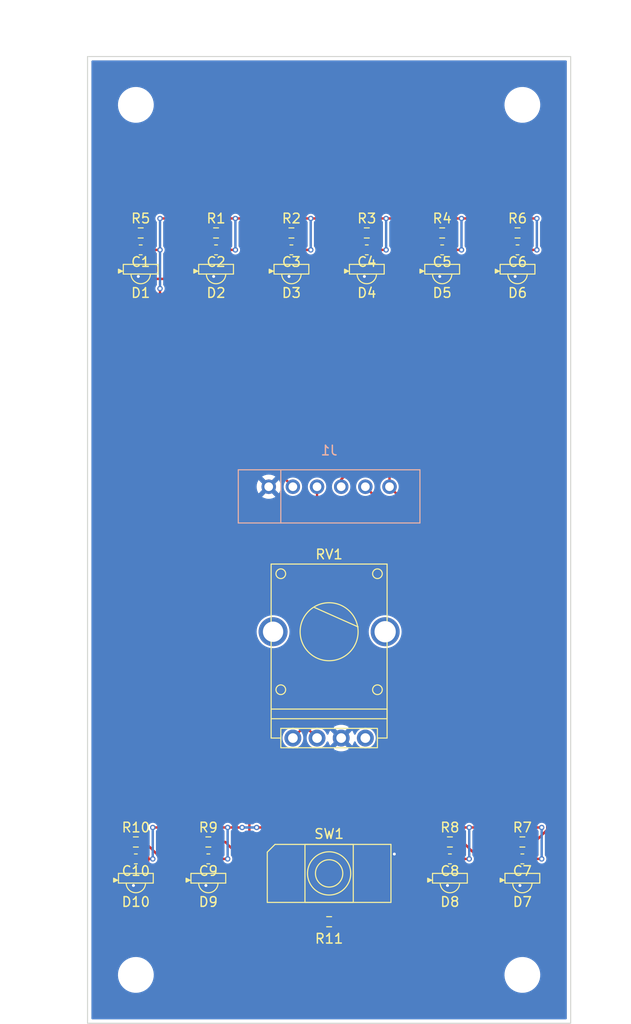
<source format=kicad_pcb>
(kicad_pcb (version 20221018) (generator pcbnew)
  (layers (0 "F.Cu" signal) (31 "B.Cu" signal) (34 "B.Paste" user) (35 "F.Paste" user) (36 "B.SilkS" user "B.Silkscreen") (37 "F.SilkS" user "F.Silkscreen") (38 "B.Mask" user) (39 "F.Mask" user) (44 "Edge.Cuts" user))
  (net 0 "")
  (net 1 "Net-(D1-DIn)")
  (net 2 "Net-(D1-DOut)")
  (net 3 "Net-(D2-DIn)")
  (net 4 "Net-(D2-DOut)")
  (net 5 "Net-(D3-DIn)")
  (net 6 "Net-(D3-DOut)")
  (net 7 "Net-(D4-DIn)")
  (net 8 "Net-(D4-DOut)")
  (net 9 "Net-(D5-DIn)")
  (net 10 "Net-(D5-DOut)")
  (net 11 "Net-(D6-DIn)")
  (net 12 "Net-(D6-DOut)")
  (net 13 "Net-(D7-DIn)")
  (net 14 "Net-(D7-DOut)")
  (net 15 "Net-(D8-DIn)")
  (net 16 "Net-(D8-DOut)")
  (net 17 "Net-(D9-DIn)")
  (net 18 "Net-(D9-DOut)")
  (net 19 "Net-(D10-DIn)")
  (net 21 "Net-(J1-Pad2)")
  (net 22 "Net-(J1-Pad3)")
  (net 23 "Net-(J1-Pad4)")
  (net 24 "Net-(J1-Pad5)")
  (net 25 "+5V")
  (net 26 "GND")
  (footprint "silver-box-feetprints:12-23C-RSGHBHW-5V01-2C" (layer "F.Cu") (at 128 72.5)
    (fp_text reference "D1" (at 0 2.45 unlocked) (layer "F.SilkS"))
    (fp_text value "12-23C/RSGHBHW-5V01/2C")
    (pad "1" smd roundrect (at -1.425 0) (size 0.55 0.78) (layers "F.Cu" "F.Paste" "F.Mask") (net 1 "Net-(D1-DIn)"))
    (pad "2" smd roundrect (at -0.425 0.22) (size 0.55 0.34) (layers "F.Cu" "F.Paste" "F.Mask") (net 26 "GND"))
    (pad "3" smd roundrect (at 0.425 0.22) (size 0.55 0.34) (layers "F.Cu" "F.Paste" "F.Mask") (net 2 "Net-(D1-DOut)"))
    (pad "4" smd roundrect (at 1.425 0) (size 0.55 0.78) (layers "F.Cu" "F.Paste" "F.Mask") (net 25 "+5V"))
  )
  (footprint "Capacitor_SMD:C_0603_1608Metric_Pad1.08x0.95mm_HandSolder" (layer "F.Cu") (at 135 133.5 180)
    (fp_text reference "C9" (at 0 -1.25) (layer "F.SilkS"))
    (fp_text value "0.1u")
    (pad "1" smd roundrect (at -0.8625 0 180) (size 1.075 0.95) (layers "F.Cu" "F.Paste" "F.Mask") (net 25 "+5V"))
    (pad "2" smd roundrect (at 0.8625 0 180) (size 1.075 0.95) (layers "F.Cu" "F.Paste" "F.Mask") (net 26 "GND"))
  )
  (footprint "MountingHole:MountingHole_3.2mm_M3" (layer "F.Cu") (at 127.5 55.5)
    (fp_text reference "REF**" hide)
    (fp_text value "MountingHole_3.2mm_M3")
    (pad "" np_thru_hole circle (at 0 0) (size 3.2 3.2) (drill 3.2) (layers "*.Cu" "*.Mask"))
  )
  (footprint "silver-box-feetprints:12-23C-RSGHBHW-5V01-2C" (layer "F.Cu") (at 135 135.5)
    (fp_text reference "D9" (at 0 2.45 unlocked) (layer "F.SilkS"))
    (fp_text value "12-23C/RSGHBHW-5V01/2C")
    (pad "1" smd roundrect (at -1.425 0) (size 0.55 0.78) (layers "F.Cu" "F.Paste" "F.Mask") (net 17 "Net-(D9-DIn)"))
    (pad "2" smd roundrect (at -0.425 0.22) (size 0.55 0.34) (layers "F.Cu" "F.Paste" "F.Mask") (net 26 "GND"))
    (pad "3" smd roundrect (at 0.425 0.22) (size 0.55 0.34) (layers "F.Cu" "F.Paste" "F.Mask") (net 18 "Net-(D9-DOut)"))
    (pad "4" smd roundrect (at 1.425 0) (size 0.55 0.78) (layers "F.Cu" "F.Paste" "F.Mask") (net 25 "+5V"))
  )
  (footprint "Capacitor_SMD:C_0603_1608Metric_Pad1.08x0.95mm_HandSolder" (layer "F.Cu") (at 159.2 70.5 180)
    (fp_text reference "C5" (at 0 -1.25) (layer "F.SilkS"))
    (fp_text value "0.1u")
    (pad "1" smd roundrect (at -0.8625 0 180) (size 1.075 0.95) (layers "F.Cu" "F.Paste" "F.Mask") (net 25 "+5V"))
    (pad "2" smd roundrect (at 0.8625 0 180) (size 1.075 0.95) (layers "F.Cu" "F.Paste" "F.Mask") (net 26 "GND"))
  )
  (footprint "silver-box-feetprints:12-23C-RSGHBHW-5V01-2C" (layer "F.Cu") (at 159.2 72.5)
    (fp_text reference "D5" (at 0 2.45 unlocked) (layer "F.SilkS"))
    (fp_text value "12-23C/RSGHBHW-5V01/2C")
    (pad "1" smd roundrect (at -1.425 0) (size 0.55 0.78) (layers "F.Cu" "F.Paste" "F.Mask") (net 9 "Net-(D5-DIn)"))
    (pad "2" smd roundrect (at -0.425 0.22) (size 0.55 0.34) (layers "F.Cu" "F.Paste" "F.Mask") (net 26 "GND"))
    (pad "3" smd roundrect (at 0.425 0.22) (size 0.55 0.34) (layers "F.Cu" "F.Paste" "F.Mask") (net 10 "Net-(D5-DOut)"))
    (pad "4" smd roundrect (at 1.425 0) (size 0.55 0.78) (layers "F.Cu" "F.Paste" "F.Mask") (net 25 "+5V"))
  )
  (footprint "MountingHole:MountingHole_3.2mm_M3" (layer "F.Cu") (at 167.5 55.5)
    (fp_text reference "REF**1" hide)
    (fp_text value "MountingHole_3.2mm_M3")
    (pad "" np_thru_hole circle (at 0 0) (size 3.2 3.2) (drill 3.2) (layers "*.Cu" "*.Mask"))
  )
  (footprint "Capacitor_SMD:C_0603_1608Metric_Pad1.08x0.95mm_HandSolder" (layer "F.Cu") (at 135.8 70.5 180)
    (fp_text reference "C2" (at 0 -1.25) (layer "F.SilkS"))
    (fp_text value "0.1u")
    (pad "1" smd roundrect (at -0.8625 0 180) (size 1.075 0.95) (layers "F.Cu" "F.Paste" "F.Mask") (net 25 "+5V"))
    (pad "2" smd roundrect (at 0.8625 0 180) (size 1.075 0.95) (layers "F.Cu" "F.Paste" "F.Mask") (net 26 "GND"))
  )
  (footprint "silver-box-feetprints:12-23C-RSGHBHW-5V01-2C" (layer "F.Cu") (at 167.5 135.5)
    (fp_text reference "D7" (at 0 2.45 unlocked) (layer "F.SilkS"))
    (fp_text value "12-23C/RSGHBHW-5V01/2C")
    (pad "1" smd roundrect (at -1.425 0) (size 0.55 0.78) (layers "F.Cu" "F.Paste" "F.Mask") (net 13 "Net-(D7-DIn)"))
    (pad "2" smd roundrect (at -0.425 0.22) (size 0.55 0.34) (layers "F.Cu" "F.Paste" "F.Mask") (net 26 "GND"))
    (pad "3" smd roundrect (at 0.425 0.22) (size 0.55 0.34) (layers "F.Cu" "F.Paste" "F.Mask") (net 14 "Net-(D7-DOut)"))
    (pad "4" smd roundrect (at 1.425 0) (size 0.55 0.78) (layers "F.Cu" "F.Paste" "F.Mask") (net 25 "+5V"))
  )
  (footprint "Resistor_SMD:R_0603_1608Metric_Pad0.98x0.95mm_HandSolder" (layer "F.Cu") (at 127.5 131.75)
    (fp_text reference "R10" (at 0 -1.5) (layer "F.SilkS"))
    (fp_text value "33")
    (pad "1" smd roundrect (at -0.9125 0) (size 0.975 0.95) (layers "F.Cu" "F.Paste" "F.Mask") (net 19 "Net-(D10-DIn)"))
    (pad "2" smd roundrect (at 0.9125 0) (size 0.975 0.95) (layers "F.Cu" "F.Paste" "F.Mask") (net 18 "Net-(D9-DOut)"))
  )
  (footprint "silver-box-feetprints:12-23C-RSGHBHW-5V01-2C" (layer "F.Cu") (at 160 135.5)
    (fp_text reference "D8" (at 0 2.45 unlocked) (layer "F.SilkS"))
    (fp_text value "12-23C/RSGHBHW-5V01/2C")
    (pad "1" smd roundrect (at -1.425 0) (size 0.55 0.78) (layers "F.Cu" "F.Paste" "F.Mask") (net 15 "Net-(D8-DIn)"))
    (pad "2" smd roundrect (at -0.425 0.22) (size 0.55 0.34) (layers "F.Cu" "F.Paste" "F.Mask") (net 26 "GND"))
    (pad "3" smd roundrect (at 0.425 0.22) (size 0.55 0.34) (layers "F.Cu" "F.Paste" "F.Mask") (net 16 "Net-(D8-DOut)"))
    (pad "4" smd roundrect (at 1.425 0) (size 0.55 0.78) (layers "F.Cu" "F.Paste" "F.Mask") (net 25 "+5V"))
  )
  (footprint "Resistor_SMD:R_0603_1608Metric_Pad0.98x0.95mm_HandSolder" (layer "F.Cu") (at 167 68.75)
    (fp_text reference "R6" (at 0 -1.5) (layer "F.SilkS"))
    (fp_text value "33")
    (pad "1" smd roundrect (at -0.9125 0) (size 0.975 0.95) (layers "F.Cu" "F.Paste" "F.Mask") (net 11 "Net-(D6-DIn)"))
    (pad "2" smd roundrect (at 0.9125 0) (size 0.975 0.95) (layers "F.Cu" "F.Paste" "F.Mask") (net 10 "Net-(D5-DOut)"))
  )
  (footprint "Resistor_SMD:R_0603_1608Metric_Pad0.98x0.95mm_HandSolder" (layer "F.Cu") (at 135.8 68.75)
    (fp_text reference "R1" (at 0 -1.5) (layer "F.SilkS"))
    (fp_text value "33")
    (pad "1" smd roundrect (at -0.9125 0) (size 0.975 0.95) (layers "F.Cu" "F.Paste" "F.Mask") (net 3 "Net-(D2-DIn)"))
    (pad "2" smd roundrect (at 0.9125 0) (size 0.975 0.95) (layers "F.Cu" "F.Paste" "F.Mask") (net 2 "Net-(D1-DOut)"))
  )
  (footprint "Resistor_SMD:R_0603_1608Metric_Pad0.98x0.95mm_HandSolder" (layer "F.Cu") (at 147.5 140)
    (fp_text reference "R11" (at 0 1.75) (layer "F.SilkS"))
    (fp_text value "10k")
    (pad "1" smd roundrect (at -0.9125 0) (size 0.975 0.95) (layers "F.Cu" "F.Paste" "F.Mask") (net 22 "Net-(J1-Pad3)"))
    (pad "2" smd roundrect (at 0.9125 0) (size 0.975 0.95) (layers "F.Cu" "F.Paste" "F.Mask") (net 25 "+5V"))
  )
  (footprint "Resistor_SMD:R_0603_1608Metric_Pad0.98x0.95mm_HandSolder" (layer "F.Cu") (at 159.2 68.75)
    (fp_text reference "R4" (at 0 -1.5) (layer "F.SilkS"))
    (fp_text value "33")
    (pad "1" smd roundrect (at -0.9125 0) (size 0.975 0.95) (layers "F.Cu" "F.Paste" "F.Mask") (net 9 "Net-(D5-DIn)"))
    (pad "2" smd roundrect (at 0.9125 0) (size 0.975 0.95) (layers "F.Cu" "F.Paste" "F.Mask") (net 8 "Net-(D4-DOut)"))
  )
  (footprint "Capacitor_SMD:C_0603_1608Metric_Pad1.08x0.95mm_HandSolder" (layer "F.Cu") (at 143.6 70.5 180)
    (fp_text reference "C3" (at 0 -1.25) (layer "F.SilkS"))
    (fp_text value "0.1u")
    (pad "1" smd roundrect (at -0.8625 0 180) (size 1.075 0.95) (layers "F.Cu" "F.Paste" "F.Mask") (net 25 "+5V"))
    (pad "2" smd roundrect (at 0.8625 0 180) (size 1.075 0.95) (layers "F.Cu" "F.Paste" "F.Mask") (net 26 "GND"))
  )
  (footprint "silver-box-feetprints:12-23C-RSGHBHW-5V01-2C" (layer "F.Cu") (at 127.5 135.5)
    (fp_text reference "D10" (at 0 2.45 unlocked) (layer "F.SilkS"))
    (fp_text value "12-23C/RSGHBHW-5V01/2C")
    (pad "1" smd roundrect (at -1.425 0) (size 0.55 0.78) (layers "F.Cu" "F.Paste" "F.Mask") (net 19 "Net-(D10-DIn)"))
    (pad "2" smd roundrect (at -0.425 0.22) (size 0.55 0.34) (layers "F.Cu" "F.Paste" "F.Mask") (net 26 "GND"))
    (pad "3" smd roundrect (at 0.425 0.22) (size 0.55 0.34) (layers "F.Cu" "F.Paste" "F.Mask"))
    (pad "4" smd roundrect (at 1.425 0) (size 0.55 0.78) (layers "F.Cu" "F.Paste" "F.Mask") (net 25 "+5V"))
  )
  (footprint "Capacitor_SMD:C_0603_1608Metric_Pad1.08x0.95mm_HandSolder" (layer "F.Cu") (at 167.5 133.5 180)
    (fp_text reference "C7" (at 0 -1.25) (layer "F.SilkS"))
    (fp_text value "0.1u")
    (pad "1" smd roundrect (at -0.8625 0 180) (size 1.075 0.95) (layers "F.Cu" "F.Paste" "F.Mask") (net 25 "+5V"))
    (pad "2" smd roundrect (at 0.8625 0 180) (size 1.075 0.95) (layers "F.Cu" "F.Paste" "F.Mask") (net 26 "GND"))
  )
  (footprint "Capacitor_SMD:C_0603_1608Metric_Pad1.08x0.95mm_HandSolder" (layer "F.Cu") (at 160 133.5 180)
    (fp_text reference "C8" (at 0 -1.25) (layer "F.SilkS"))
    (fp_text value "0.1u")
    (pad "1" smd roundrect (at -0.8625 0 180) (size 1.075 0.95) (layers "F.Cu" "F.Paste" "F.Mask") (net 25 "+5V"))
    (pad "2" smd roundrect (at 0.8625 0 180) (size 1.075 0.95) (layers "F.Cu" "F.Paste" "F.Mask") (net 26 "GND"))
  )
  (footprint "Capacitor_SMD:C_0603_1608Metric_Pad1.08x0.95mm_HandSolder" (layer "F.Cu") (at 128 70.5 180)
    (fp_text reference "C1" (at 0 -1.25) (layer "F.SilkS"))
    (fp_text value "0.1u")
    (pad "1" smd roundrect (at -0.8625 0 180) (size 1.075 0.95) (layers "F.Cu" "F.Paste" "F.Mask") (net 25 "+5V"))
    (pad "2" smd roundrect (at 0.8625 0 180) (size 1.075 0.95) (layers "F.Cu" "F.Paste" "F.Mask") (net 26 "GND"))
  )
  (footprint "silver-box-feetprints:12-23C-RSGHBHW-5V01-2C" (layer "F.Cu") (at 151.4 72.5)
    (fp_text reference "D4" (at 0 2.45 unlocked) (layer "F.SilkS"))
    (fp_text value "12-23C/RSGHBHW-5V01/2C")
    (pad "1" smd roundrect (at -1.425 0) (size 0.55 0.78) (layers "F.Cu" "F.Paste" "F.Mask") (net 7 "Net-(D4-DIn)"))
    (pad "2" smd roundrect (at -0.425 0.22) (size 0.55 0.34) (layers "F.Cu" "F.Paste" "F.Mask") (net 26 "GND"))
    (pad "3" smd roundrect (at 0.425 0.22) (size 0.55 0.34) (layers "F.Cu" "F.Paste" "F.Mask") (net 8 "Net-(D4-DOut)"))
    (pad "4" smd roundrect (at 1.425 0) (size 0.55 0.78) (layers "F.Cu" "F.Paste" "F.Mask") (net 25 "+5V"))
  )
  (footprint "MountingHole:MountingHole_3.2mm_M3" (layer "F.Cu") (at 167.5 145.5)
    (fp_text reference "REF**3" hide)
    (fp_text value "MountingHole_3.2mm_M3")
    (pad "" np_thru_hole circle (at 0 0) (size 3.2 3.2) (drill 3.2) (layers "*.Cu" "*.Mask"))
  )
  (footprint "silver-box-feetprints:12-23C-RSGHBHW-5V01-2C" (layer "F.Cu") (at 143.6 72.5)
    (fp_text reference "D3" (at 0 2.45 unlocked) (layer "F.SilkS"))
    (fp_text value "12-23C/RSGHBHW-5V01/2C")
    (pad "1" smd roundrect (at -1.425 0) (size 0.55 0.78) (layers "F.Cu" "F.Paste" "F.Mask") (net 5 "Net-(D3-DIn)"))
    (pad "2" smd roundrect (at -0.425 0.22) (size 0.55 0.34) (layers "F.Cu" "F.Paste" "F.Mask") (net 26 "GND"))
    (pad "3" smd roundrect (at 0.425 0.22) (size 0.55 0.34) (layers "F.Cu" "F.Paste" "F.Mask") (net 6 "Net-(D3-DOut)"))
    (pad "4" smd roundrect (at 1.425 0) (size 0.55 0.78) (layers "F.Cu" "F.Paste" "F.Mask") (net 25 "+5V"))
  )
  (footprint "Resistor_SMD:R_0603_1608Metric_Pad0.98x0.95mm_HandSolder" (layer "F.Cu") (at 151.4 68.75)
    (fp_text reference "R3" (at 0 -1.5) (layer "F.SilkS"))
    (fp_text value "33")
    (pad "1" smd roundrect (at -0.9125 0) (size 0.975 0.95) (layers "F.Cu" "F.Paste" "F.Mask") (net 7 "Net-(D4-DIn)"))
    (pad "2" smd roundrect (at 0.9125 0) (size 0.975 0.95) (layers "F.Cu" "F.Paste" "F.Mask") (net 6 "Net-(D3-DOut)"))
  )
  (footprint "Capacitor_SMD:C_0603_1608Metric_Pad1.08x0.95mm_HandSolder" (layer "F.Cu") (at 127.5 133.5 180)
    (fp_text reference "C10" (at 0 -1.25) (layer "F.SilkS"))
    (fp_text value "0.1u")
    (pad "1" smd roundrect (at -0.8625 0 180) (size 1.075 0.95) (layers "F.Cu" "F.Paste" "F.Mask") (net 25 "+5V"))
    (pad "2" smd roundrect (at 0.8625 0 180) (size 1.075 0.95) (layers "F.Cu" "F.Paste" "F.Mask") (net 26 "GND"))
  )
  (footprint "Resistor_SMD:R_0603_1608Metric_Pad0.98x0.95mm_HandSolder" (layer "F.Cu") (at 128 68.75)
    (fp_text reference "R5" (at 0 -1.5) (layer "F.SilkS"))
    (fp_text value "33")
    (pad "1" smd roundrect (at -0.9125 0) (size 0.975 0.95) (layers "F.Cu" "F.Paste" "F.Mask") (net 1 "Net-(D1-DIn)"))
    (pad "2" smd roundrect (at 0.9125 0) (size 0.975 0.95) (layers "F.Cu" "F.Paste" "F.Mask") (net 21 "Net-(J1-Pad2)"))
  )
  (footprint "silver-box-feetprints:KSC SLT 241G LFS" (layer "F.Cu") (at 147.5 135)
    (fp_text reference "SW1" (at 0 -4.085787) (layer "F.SilkS"))
    (fp_text value "KSC_SLT_241G_LFS")
    (pad "1" smd rect (at -4.4 2 270) (size 1 3) (layers "F.Cu" "F.Paste" "F.Mask") (net 22 "Net-(J1-Pad3)"))
    (pad "2" smd rect (at 4.4 2 270) (size 1 3) (layers "F.Cu" "F.Paste" "F.Mask") (net 22 "Net-(J1-Pad3)"))
    (pad "3" smd rect (at 4.4 -2 270) (size 1 3) (layers "F.Cu" "F.Paste" "F.Mask") (net 26 "GND"))
    (pad "4" smd rect (at -4.4 -2 270) (size 1 3) (layers "F.Cu" "F.Paste" "F.Mask") (net 26 "GND"))
  )
  (footprint "Resistor_SMD:R_0603_1608Metric_Pad0.98x0.95mm_HandSolder" (layer "F.Cu") (at 135 131.75)
    (fp_text reference "R9" (at 0 -1.5) (layer "F.SilkS"))
    (fp_text value "33")
    (pad "1" smd roundrect (at -0.9125 0) (size 0.975 0.95) (layers "F.Cu" "F.Paste" "F.Mask") (net 17 "Net-(D9-DIn)"))
    (pad "2" smd roundrect (at 0.9125 0) (size 0.975 0.95) (layers "F.Cu" "F.Paste" "F.Mask") (net 16 "Net-(D8-DOut)"))
  )
  (footprint "Resistor_SMD:R_0603_1608Metric_Pad0.98x0.95mm_HandSolder" (layer "F.Cu") (at 160 131.75)
    (fp_text reference "R8" (at 0 -1.5) (layer "F.SilkS"))
    (fp_text value "33")
    (pad "1" smd roundrect (at -0.9125 0) (size 0.975 0.95) (layers "F.Cu" "F.Paste" "F.Mask") (net 15 "Net-(D8-DIn)"))
    (pad "2" smd roundrect (at 0.9125 0) (size 0.975 0.95) (layers "F.Cu" "F.Paste" "F.Mask") (net 14 "Net-(D7-DOut)"))
  )
  (footprint "MountingHole:MountingHole_3.2mm_M3" (layer "F.Cu") (at 127.5 145.5)
    (fp_text reference "REF**2" hide)
    (fp_text value "MountingHole_3.2mm_M3")
    (pad "" np_thru_hole circle (at 0 0) (size 3.2 3.2) (drill 3.2) (layers "*.Cu" "*.Mask"))
  )
  (footprint "Capacitor_SMD:C_0603_1608Metric_Pad1.08x0.95mm_HandSolder" (layer "F.Cu") (at 167 70.5 180)
    (fp_text reference "C6" (at 0 -1.25) (layer "F.SilkS"))
    (fp_text value "0.1u")
    (pad "1" smd roundrect (at -0.8625 0 180) (size 1.075 0.95) (layers "F.Cu" "F.Paste" "F.Mask") (net 25 "+5V"))
    (pad "2" smd roundrect (at 0.8625 0 180) (size 1.075 0.95) (layers "F.Cu" "F.Paste" "F.Mask") (net 26 "GND"))
  )
  (footprint "PCM_kikit:Board" (layer "F.Cu") (at 135 50.5)
    (fp_text reference "control_plate")
    (fp_text value "Board")
  )
  (footprint "silver-box-feetprints:12-23C-RSGHBHW-5V01-2C" (layer "F.Cu") (at 167 72.5)
    (fp_text reference "D6" (at 0 2.45 unlocked) (layer "F.SilkS"))
    (fp_text value "12-23C/RSGHBHW-5V01/2C")
    (pad "1" smd roundrect (at -1.425 0) (size 0.55 0.78) (layers "F.Cu" "F.Paste" "F.Mask") (net 11 "Net-(D6-DIn)"))
    (pad "2" smd roundrect (at -0.425 0.22) (size 0.55 0.34) (layers "F.Cu" "F.Paste" "F.Mask") (net 26 "GND"))
    (pad "3" smd roundrect (at 0.425 0.22) (size 0.55 0.34) (layers "F.Cu" "F.Paste" "F.Mask") (net 12 "Net-(D6-DOut)"))
    (pad "4" smd roundrect (at 1.425 0) (size 0.55 0.78) (layers "F.Cu" "F.Paste" "F.Mask") (net 25 "+5V"))
  )
  (footprint "Resistor_SMD:R_0603_1608Metric_Pad0.98x0.95mm_HandSolder" (layer "F.Cu") (at 167.5 131.75)
    (fp_text reference "R7" (at 0 -1.5) (layer "F.SilkS"))
    (fp_text value "33")
    (pad "1" smd roundrect (at -0.9125 0) (size 0.975 0.95) (layers "F.Cu" "F.Paste" "F.Mask") (net 13 "Net-(D7-DIn)"))
    (pad "2" smd roundrect (at 0.9125 0) (size 0.975 0.95) (layers "F.Cu" "F.Paste" "F.Mask") (net 12 "Net-(D6-DOut)"))
  )
  (footprint "silver-box-feetprints:Bourns PTV11-4425A" (layer "F.Cu") (at 147.5 110)
    (fp_text reference "RV1" (at 0 -8 unlocked) (layer "F.SilkS"))
    (fp_text value "10k")
    (pad "" np_thru_hole circle (at -5.8 0) (size 3 3) (drill 2.1) (layers "*.Cu" "*.Mask"))
    (pad "" np_thru_hole circle (at 3.75 11) (size 1.75 1.75) (drill 1) (layers "*.Cu" "*.Mask"))
    (pad "" np_thru_hole circle (at 5.8 0) (size 3 3) (drill 2.2) (layers "*.Cu" "*.Mask"))
    (pad "1" thru_hole circle (at -3.75 11) (size 1.75 1.75) (drill 1) (layers "*.Cu" "*.Mask") (net 24 "Net-(J1-Pad5)"))
    (pad "2" thru_hole circle (at -1.25 11) (size 1.75 1.75) (drill 1) (layers "*.Cu" "*.Mask") (net 23 "Net-(J1-Pad4)"))
    (pad "3" thru_hole circle (at 1.25 11) (size 1.75 1.75) (drill 1) (layers "*.Cu" "*.Mask") (net 26 "GND"))
  )
  (footprint "silver-box-feetprints:12-23C-RSGHBHW-5V01-2C" (layer "F.Cu") (at 135.8 72.5)
    (fp_text reference "D2" (at 0 2.45 unlocked) (layer "F.SilkS"))
    (fp_text value "12-23C/RSGHBHW-5V01/2C")
    (pad "1" smd roundrect (at -1.425 0) (size 0.55 0.78) (layers "F.Cu" "F.Paste" "F.Mask") (net 3 "Net-(D2-DIn)"))
    (pad "2" smd roundrect (at -0.425 0.22) (size 0.55 0.34) (layers "F.Cu" "F.Paste" "F.Mask") (net 26 "GND"))
    (pad "3" smd roundrect (at 0.425 0.22) (size 0.55 0.34) (layers "F.Cu" "F.Paste" "F.Mask") (net 4 "Net-(D2-DOut)"))
    (pad "4" smd roundrect (at 1.425 0) (size 0.55 0.78) (layers "F.Cu" "F.Paste" "F.Mask") (net 25 "+5V"))
  )
  (footprint "Capacitor_SMD:C_0603_1608Metric_Pad1.08x0.95mm_HandSolder" (layer "F.Cu") (at 151.4 70.5 180)
    (fp_text reference "C4" (at 0 -1.25) (layer "F.SilkS"))
    (fp_text value "0.1u")
    (pad "1" smd roundrect (at -0.8625 0 180) (size 1.075 0.95) (layers "F.Cu" "F.Paste" "F.Mask") (net 25 "+5V"))
    (pad "2" smd roundrect (at 0.8625 0 180) (size 1.075 0.95) (layers "F.Cu" "F.Paste" "F.Mask") (net 26 "GND"))
  )
  (footprint "Resistor_SMD:R_0603_1608Metric_Pad0.98x0.95mm_HandSolder" (layer "F.Cu") (at 143.6 68.75)
    (fp_text reference "R2" (at 0 -1.5) (layer "F.SilkS"))
    (fp_text value "33")
    (pad "1" smd roundrect (at -0.9125 0) (size 0.975 0.95) (layers "F.Cu" "F.Paste" "F.Mask") (net 5 "Net-(D3-DIn)"))
    (pad "2" smd roundrect (at 0.9125 0) (size 0.975 0.95) (layers "F.Cu" "F.Paste" "F.Mask") (net 4 "Net-(D2-DOut)"))
  )
  (footprint "silver-box-feetprints:B6B-XH-A(LF)(SN)" (layer "B.Cu") (at 147.5 95)
    (fp_text reference "J1" (at 0 -3.75) (layer "B.SilkS") (effects (justify mirror)))
    (fp_text value "B6B-XH-A(LF)(SN)")
    (pad "1" thru_hole circle (at -6.25 0) (size 1.5 1.5) (drill 0.9) (layers "*.Cu" "*.Mask") (net 26 "GND"))
    (pad "2" thru_hole circle (at -3.75 0) (size 1.5 1.5) (drill 0.9) (layers "*.Cu" "*.Mask") (net 21 "Net-(J1-Pad2)"))
    (pad "3" thru_hole circle (at -1.25 0) (size 1.5 1.5) (drill 0.9) (layers "*.Cu" "*.Mask") (net 22 "Net-(J1-Pad3)"))
    (pad "4" thru_hole circle (at 1.25 0) (size 1.5 1.5) (drill 0.9) (layers "*.Cu" "*.Mask") (net 23 "Net-(J1-Pad4)"))
    (pad "5" thru_hole circle (at 3.75 0) (size 1.5 1.5) (drill 0.9) (layers "*.Cu" "*.Mask") (net 24 "Net-(J1-Pad5)"))
    (pad "6" thru_hole circle (at 6.25 0) (size 1.5 1.5) (drill 0.9) (layers "*.Cu" "*.Mask") (net 25 "+5V"))
  )
  (gr_line (start 122.5 50.5) (end 122.5 150.5) (stroke (width 0.1)) (layer "Edge.Cuts"))
  (gr_line (start 122.5 50.5) (end 172.5 50.5) (stroke (width 0.1)) (layer "Edge.Cuts"))
  (gr_line (start 172.5 50.5) (end 172.5 150.5) (stroke (width 0.1)) (layer "Edge.Cuts"))
  (gr_line (start 172.5 150.5) (end 122.5 150.5) (stroke (width 0.1)) (layer "Edge.Cuts"))
  (segment (start 126.275 72.2) (end 126.275 69.5625) (width 0.25) (layer "F.Cu") (net 1))
  (segment (start 126.575 72.5) (end 126.275 72.2) (width 0.25) (layer "F.Cu") (net 1))
  (segment (start 126.275 69.5625) (end 127.0875 68.75) (width 0.25) (layer "F.Cu") (net 1))
  (segment (start 132.25 71.75) (end 132.25 69.5) (width 0.25) (layer "F.Cu") (net 2))
  (segment (start 135.7125 67.75) (end 136.7125 68.75) (width 0.25) (layer "F.Cu") (net 2))
  (segment (start 134 67.75) (end 135.7125 67.75) (width 0.25) (layer "F.Cu") (net 2))
  (segment (start 132.25 69.5) (end 134 67.75) (width 0.25) (layer "F.Cu") (net 2))
  (segment (start 130.5 73.5) (end 132.25 71.75) (width 0.25) (layer "F.Cu") (net 2))
  (segment (start 128.425 72.72) (end 129.205 73.5) (width 0.25) (layer "F.Cu") (net 2))
  (segment (start 129.205 73.5) (end 130.5 73.5) (width 0.25) (layer "F.Cu") (net 2))
  (segment (start 134.075 69.5625) (end 134.8875 68.75) (width 0.25) (layer "F.Cu") (net 3))
  (segment (start 134.375 72.5) (end 134.075 72.2) (width 0.25) (layer "F.Cu") (net 3))
  (segment (start 134.075 72.2) (end 134.075 69.5625) (width 0.25) (layer "F.Cu") (net 3))
  (segment (start 143.5125 67.75) (end 144.5125 68.75) (width 0.25) (layer "F.Cu") (net 4))
  (segment (start 140.05 71.75) (end 140.05 69.5) (width 0.25) (layer "F.Cu") (net 4))
  (segment (start 138.3 73.5) (end 140.05 71.75) (width 0.25) (layer "F.Cu") (net 4))
  (segment (start 137.005 73.5) (end 138.3 73.5) (width 0.25) (layer "F.Cu") (net 4))
  (segment (start 136.225 72.72) (end 137.005 73.5) (width 0.25) (layer "F.Cu") (net 4))
  (segment (start 141.8 67.75) (end 143.5125 67.75) (width 0.25) (layer "F.Cu") (net 4))
  (segment (start 140.05 69.5) (end 141.8 67.75) (width 0.25) (layer "F.Cu") (net 4))
  (segment (start 142.175 72.5) (end 141.875 72.2) (width 0.25) (layer "F.Cu") (net 5))
  (segment (start 141.875 72.2) (end 141.875 69.5625) (width 0.25) (layer "F.Cu") (net 5))
  (segment (start 141.875 69.5625) (end 142.6875 68.75) (width 0.25) (layer "F.Cu") (net 5))
  (segment (start 146.1 73.5) (end 147.85 71.75) (width 0.25) (layer "F.Cu") (net 6))
  (segment (start 147.85 71.75) (end 147.85 69.5) (width 0.25) (layer "F.Cu") (net 6))
  (segment (start 144.025 72.72) (end 144.805 73.5) (width 0.25) (layer "F.Cu") (net 6))
  (segment (start 147.85 69.5) (end 149.6 67.75) (width 0.25) (layer "F.Cu") (net 6))
  (segment (start 144.805 73.5) (end 146.1 73.5) (width 0.25) (layer "F.Cu") (net 6))
  (segment (start 149.6 67.75) (end 151.3125 67.75) (width 0.25) (layer "F.Cu") (net 6))
  (segment (start 151.3125 67.75) (end 152.3125 68.75) (width 0.25) (layer "F.Cu") (net 6))
  (segment (start 149.675 72.2) (end 149.675 69.5625) (width 0.25) (layer "F.Cu") (net 7))
  (segment (start 149.675 69.5625) (end 150.4875 68.75) (width 0.25) (layer "F.Cu") (net 7))
  (segment (start 149.975 72.5) (end 149.675 72.2) (width 0.25) (layer "F.Cu") (net 7))
  (segment (start 159.1125 67.75) (end 160.1125 68.75) (width 0.25) (layer "F.Cu") (net 8))
  (segment (start 157.4 67.75) (end 159.1125 67.75) (width 0.25) (layer "F.Cu") (net 8))
  (segment (start 153.9 73.5) (end 155.65 71.75) (width 0.25) (layer "F.Cu") (net 8))
  (segment (start 155.65 69.5) (end 157.4 67.75) (width 0.25) (layer "F.Cu") (net 8))
  (segment (start 155.65 71.75) (end 155.65 69.5) (width 0.25) (layer "F.Cu") (net 8))
  (segment (start 152.605 73.5) (end 153.9 73.5) (width 0.25) (layer "F.Cu") (net 8))
  (segment (start 151.825 72.72) (end 152.605 73.5) (width 0.25) (layer "F.Cu") (net 8))
  (segment (start 157.475 72.2) (end 157.475 69.5625) (width 0.25) (layer "F.Cu") (net 9))
  (segment (start 157.475 69.5625) (end 158.2875 68.75) (width 0.25) (layer "F.Cu") (net 9))
  (segment (start 157.775 72.5) (end 157.475 72.2) (width 0.25) (layer "F.Cu") (net 9))
  (segment (start 165.2 67.75) (end 166.9125 67.75) (width 0.25) (layer "F.Cu") (net 10))
  (segment (start 160.405 73.5) (end 161.7 73.5) (width 0.25) (layer "F.Cu") (net 10))
  (segment (start 163.45 69.5) (end 165.2 67.75) (width 0.25) (layer "F.Cu") (net 10))
  (segment (start 166.9125 67.75) (end 167.9125 68.75) (width 0.25) (layer "F.Cu") (net 10))
  (segment (start 163.45 71.75) (end 163.45 69.5) (width 0.25) (layer "F.Cu") (net 10))
  (segment (start 159.625 72.72) (end 160.405 73.5) (width 0.25) (layer "F.Cu") (net 10))
  (segment (start 161.7 73.5) (end 163.45 71.75) (width 0.25) (layer "F.Cu") (net 10))
  (segment (start 165.275 72.2) (end 165.275 69.5625) (width 0.25) (layer "F.Cu") (net 11))
  (segment (start 165.575 72.5) (end 165.275 72.2) (width 0.25) (layer "F.Cu") (net 11))
  (segment (start 165.275 69.5625) (end 166.0875 68.75) (width 0.25) (layer "F.Cu") (net 11))
  (segment (start 167.425 125.5) (end 167.425 72.72) (width 0.25) (layer "F.Cu") (net 12))
  (segment (start 168.4125 131.75) (end 168.799031 131.75) (width 0.25) (layer "F.Cu") (net 12))
  (segment (start 168.799031 131.75) (end 170.065 130.484031) (width 0.25) (layer "F.Cu") (net 12))
  (segment (start 170.065 130.484031) (end 170.065 128.065) (width 0.25) (layer "F.Cu") (net 12))
  (segment (start 167.5 125.5) (end 167.425 125.5) (width 0.25) (layer "F.Cu") (net 12))
  (segment (start 170.065 128.065) (end 167.5 125.5) (width 0.25) (layer "F.Cu") (net 12))
  (segment (start 166.075 135.5) (end 165.775 135.2) (width 0.25) (layer "F.Cu") (net 13))
  (segment (start 165.775 132.5625) (end 166.5875 131.75) (width 0.25) (layer "F.Cu") (net 13))
  (segment (start 165.775 135.2) (end 165.775 132.5625) (width 0.25) (layer "F.Cu") (net 13))
  (segment (start 167.484031 136.815) (end 166.402495 136.815) (width 0.25) (layer "F.Cu") (net 14))
  (segment (start 167.925 136.374031) (end 167.484031 136.815) (width 0.25) (layer "F.Cu") (net 14))
  (segment (start 166.402495 136.815) (end 161.337495 131.75) (width 0.25) (layer "F.Cu") (net 14))
  (segment (start 161.337495 131.75) (end 160.9125 131.75) (width 0.25) (layer "F.Cu") (net 14))
  (segment (start 167.925 135.72) (end 167.925 136.374031) (width 0.25) (layer "F.Cu") (net 14))
  (segment (start 158.575 135.5) (end 158.275 135.2) (width 0.25) (layer "F.Cu") (net 15))
  (segment (start 158.275 132.5625) (end 159.0875 131.75) (width 0.25) (layer "F.Cu") (net 15))
  (segment (start 158.275 135.2) (end 158.275 132.5625) (width 0.25) (layer "F.Cu") (net 15))
  (segment (start 136.75 131.75) (end 135.9125 131.75) (width 0.25) (layer "F.Cu") (net 16))
  (segment (start 143.75 141) (end 138 135.25) (width 0.25) (layer "F.Cu") (net 16))
  (segment (start 138 133) (end 136.75 131.75) (width 0.25) (layer "F.Cu") (net 16))
  (segment (start 160.425 136.374031) (end 155.799031 141) (width 0.25) (layer "F.Cu") (net 16))
  (segment (start 155.799031 141) (end 143.75 141) (width 0.25) (layer "F.Cu") (net 16))
  (segment (start 160.425 135.72) (end 160.425 136.374031) (width 0.25) (layer "F.Cu") (net 16))
  (segment (start 138 135.25) (end 138 133) (width 0.25) (layer "F.Cu") (net 16))
  (segment (start 133.275 132.5625) (end 134.0875 131.75) (width 0.25) (layer "F.Cu") (net 17))
  (segment (start 133.275 135.2) (end 133.275 132.5625) (width 0.25) (layer "F.Cu") (net 17))
  (segment (start 133.575 135.5) (end 133.275 135.2) (width 0.25) (layer "F.Cu") (net 17))
  (segment (start 135.425 136.374031) (end 134.984031 136.815) (width 0.25) (layer "F.Cu") (net 18))
  (segment (start 133.4775 136.815) (end 128.4125 131.75) (width 0.25) (layer "F.Cu") (net 18))
  (segment (start 135.425 135.72) (end 135.425 136.374031) (width 0.25) (layer "F.Cu") (net 18))
  (segment (start 134.984031 136.815) (end 133.4775 136.815) (width 0.25) (layer "F.Cu") (net 18))
  (segment (start 125.775 135.2) (end 125.775 132.5625) (width 0.25) (layer "F.Cu") (net 19))
  (segment (start 125.775 132.5625) (end 126.5875 131.75) (width 0.25) (layer "F.Cu") (net 19))
  (segment (start 126.075 135.5) (end 125.775 135.2) (width 0.25) (layer "F.Cu") (net 19))
  (segment (start 125.75 68.5) (end 126.26 67.99) (width 0.25) (layer "F.Cu") (net 21))
  (segment (start 125.75 77) (end 125.75 68.5) (width 0.25) (layer "F.Cu") (net 21))
  (segment (start 128.1525 67.99) (end 128.9125 68.75) (width 0.25) (layer "F.Cu") (net 21))
  (segment (start 143.75 95) (end 125.75 77) (width 0.25) (layer "F.Cu") (net 21))
  (segment (start 126.26 67.99) (end 128.1525 67.99) (width 0.25) (layer "F.Cu") (net 21))
  (segment (start 146.25 95) (end 146.25 110.25) (width 0.25) (layer "F.Cu") (net 22))
  (segment (start 139.25 133.235787) (end 143.1 137.085787) (width 0.25) (layer "F.Cu") (net 22))
  (segment (start 139.25 117.25) (end 139.25 133.235787) (width 0.25) (layer "F.Cu") (net 22))
  (segment (start 146.25 110.25) (end 139.25 117.25) (width 0.25) (layer "F.Cu") (net 22))
  (segment (start 146.5875 140) (end 143.673287 137.085787) (width 0.25) (layer "F.Cu") (net 22))
  (segment (start 143.1 137.085787) (end 151.9 137.085787) (width 0.25) (layer "F.Cu") (net 22))
  (segment (start 143.673287 137.085787) (end 143.1 137.085787) (width 0.25) (layer "F.Cu") (net 22))
  (segment (start 145.2 112.686396) (end 145.2 119.95) (width 0.25) (layer "F.Cu") (net 23))
  (segment (start 149.5 93.5) (end 151.75 93.5) (width 0.25) (layer "F.Cu") (net 23))
  (segment (start 145.2 119.95) (end 146.25 121) (width 0.25) (layer "F.Cu") (net 23))
  (segment (start 148.75 95) (end 148.75 94.25) (width 0.25) (layer "F.Cu") (net 23))
  (segment (start 152.5 94.25) (end 152.5 105.386396) (width 0.25) (layer "F.Cu") (net 23))
  (segment (start 152.5 105.386396) (end 145.2 112.686396) (width 0.25) (layer "F.Cu") (net 23))
  (segment (start 148.75 94.25) (end 149.5 93.5) (width 0.25) (layer "F.Cu") (net 23))
  (segment (start 151.75 93.5) (end 152.5 94.25) (width 0.25) (layer "F.Cu") (net 23))
  (segment (start 144.75 112.5) (end 144.75 120) (width 0.25) (layer "F.Cu") (net 24))
  (segment (start 151.875 95.631676) (end 152.05 95.806676) (width 0.25) (layer "F.Cu") (net 24))
  (segment (start 152.05 95.806676) (end 152.05 105.2) (width 0.25) (layer "F.Cu") (net 24))
  (segment (start 151.25 95) (end 151.875 95.625) (width 0.25) (layer "F.Cu") (net 24))
  (segment (start 152.05 105.2) (end 144.75 112.5) (width 0.25) (layer "F.Cu") (net 24))
  (segment (start 151.875 95.625) (end 151.875 95.631676) (width 0.25) (layer "F.Cu") (net 24))
  (segment (start 144.75 120) (end 143.75 121) (width 0.25) (layer "F.Cu") (net 24))
  (segment (start 152.31066 92.5) (end 141.829828 92.5) (width 0.25) (layer "F.Cu") (net 25))
  (segment (start 168.3625 133.5) (end 168.3625 134.9375) (width 0.25) (layer "F.Cu") (net 25))
  (segment (start 135.8625 134.9375) (end 136.425 135.5) (width 0.25) (layer "F.Cu") (net 25))
  (segment (start 160.0625 71.9375) (end 160.625 72.5) (width 0.25) (layer "F.Cu") (net 25))
  (segment (start 136.6625 70.5) (end 136.6625 71.9375) (width 0.25) (layer "F.Cu") (net 25))
  (segment (start 162 130.25) (end 156 130.25) (width 0.25) (layer "F.Cu") (net 25))
  (segment (start 160.8625 133.5) (end 160.8625 134.9375) (width 0.25) (layer "F.Cu") (net 25))
  (segment (start 155.75 130) (end 155.75 128) (width 0.25) (layer "F.Cu") (net 25))
  (segment (start 156 130.25) (end 155.75 130) (width 0.25) (layer "F.Cu") (net 25))
  (segment (start 128.8625 70.5) (end 130 70.5) (width 0.25) (layer "F.Cu") (net 25))
  (segment (start 155.75 97) (end 153.75 95) (width 0.25) (layer "F.Cu") (net 25))
  (segment (start 160.8625 133.5) (end 162 133.5) (width 0.25) (layer "F.Cu") (net 25))
  (segment (start 153.75 93.93934) (end 152.31066 92.5) (width 0.25) (layer "F.Cu") (net 25))
  (segment (start 155.75 128) (end 155.75 97) (width 0.25) (layer "F.Cu") (net 25))
  (segment (start 160.8625 134.9375) (end 161.425 135.5) (width 0.25) (layer "F.Cu") (net 25))
  (segment (start 156 130.25) (end 155.75 130.5) (width 0.25) (layer "F.Cu") (net 25))
  (segment (start 136.6625 71.9375) (end 137.225 72.5) (width 0.25) (layer "F.Cu") (net 25))
  (segment (start 152.2625 70.5) (end 153.4 70.5) (width 0.25) (layer "F.Cu") (net 25))
  (segment (start 160.0625 70.5) (end 161.2 70.5) (width 0.25) (layer "F.Cu") (net 25))
  (segment (start 135.8625 133.5) (end 137 133.5) (width 0.25) (layer "F.Cu") (net 25))
  (segment (start 140 130.25) (end 155.5 130.25) (width 0.25) (layer "F.Cu") (net 25))
  (segment (start 155.75 130.5) (end 155.75 128) (width 0.25) (layer "F.Cu") (net 25))
  (segment (start 148.4125 140) (end 153.75 140) (width 0.25) (layer "F.Cu") (net 25))
  (segment (start 128.3625 134.9375) (end 128.925 135.5) (width 0.25) (layer "F.Cu") (net 25))
  (segment (start 135.8625 133.5) (end 135.8625 134.9375) (width 0.25) (layer "F.Cu") (net 25))
  (segment (start 144.4625 71.9375) (end 145.025 72.5) (width 0.25) (layer "F.Cu") (net 25))
  (segment (start 128.3625 133.5) (end 129.25 133.5) (width 0.25) (layer "F.Cu") (net 25))
  (segment (start 141.829828 92.5) (end 130 80.670172) (width 0.25) (layer "F.Cu") (net 25))
  (segment (start 129.25 130.25) (end 137 130.25) (width 0.25) (layer "F.Cu") (net 25))
  (segment (start 128.8625 71.9375) (end 129.425 72.5) (width 0.25) (layer "F.Cu") (net 25))
  (segment (start 128.3625 133.5) (end 128.3625 134.9375) (width 0.25) (layer "F.Cu") (net 25))
  (segment (start 169.5 130.25) (end 162 130.25) (width 0.25) (layer "F.Cu") (net 25))
  (segment (start 130 67.25) (end 169 67.25) (width 0.25) (layer "F.Cu") (net 25))
  (segment (start 155.75 138) (end 155.75 130.5) (width 0.25) (layer "F.Cu") (net 25))
  (segment (start 155.5 130.25) (end 155.75 130) (width 0.25) (layer "F.Cu") (net 25))
  (segment (start 155.5 130.25) (end 155.75 130.5) (width 0.25) (layer "F.Cu") (net 25))
  (segment (start 128.8625 70.5) (end 128.8625 71.9375) (width 0.25) (layer "F.Cu") (net 25))
  (segment (start 168.3625 134.9375) (end 168.925 135.5) (width 0.25) (layer "F.Cu") (net 25))
  (segment (start 167.8625 70.5) (end 167.8625 71.9375) (width 0.25) (layer "F.Cu") (net 25))
  (segment (start 167.8625 71.9375) (end 168.425 72.5) (width 0.25) (layer "F.Cu") (net 25))
  (segment (start 144.4625 70.5) (end 144.4625 71.9375) (width 0.25) (layer "F.Cu") (net 25))
  (segment (start 130 80.670172) (end 130 74.5) (width 0.25) (layer "F.Cu") (net 25))
  (segment (start 168.3625 133.5) (end 169.5 133.5) (width 0.25) (layer "F.Cu") (net 25))
  (segment (start 152.2625 71.9375) (end 152.825 72.5) (width 0.25) (layer "F.Cu") (net 25))
  (segment (start 153.75 140) (end 155.75 138) (width 0.25) (layer "F.Cu") (net 25))
  (segment (start 160.0625 70.5) (end 160.0625 71.9375) (width 0.25) (layer "F.Cu") (net 25))
  (segment (start 136.6625 70.5) (end 137.8 70.5) (width 0.25) (layer "F.Cu") (net 25))
  (segment (start 137 130.25) (end 138.5 130.25) (width 0.25) (layer "F.Cu") (net 25))
  (segment (start 167.8625 70.5) (end 169 70.5) (width 0.25) (layer "F.Cu") (net 25))
  (segment (start 153.75 95) (end 153.75 93.93934) (width 0.25) (layer "F.Cu") (net 25))
  (segment (start 152.2625 70.5) (end 152.2625 71.9375) (width 0.25) (layer "F.Cu") (net 25))
  (segment (start 144.4625 70.5) (end 145.6 70.5) (width 0.25) (layer "F.Cu") (net 25))
  (via (at 140 130.25) (size 0.56) (drill 0.3) (layers "F.Cu" "B.Cu") (net 25))
  (via (at 137.8 70.5) (size 0.56) (drill 0.3) (layers "F.Cu" "B.Cu") (net 25))
  (via (at 130 70.5) (size 0.56) (drill 0.3) (layers "F.Cu" "B.Cu") (net 25))
  (via (at 153.4 70.5) (size 0.56) (drill 0.3) (layers "F.Cu" "B.Cu") (net 25))
  (via (at 130 74.5) (size 0.56) (drill 0.3) (layers "F.Cu" "B.Cu") (net 25))
  (via (at 162 130.25) (size 0.56) (drill 0.3) (layers "F.Cu" "B.Cu") (net 25))
  (via (at 145.6 70.5) (size 0.56) (drill 0.3) (layers "F.Cu" "B.Cu") (net 25))
  (via (at 138.5 130.25) (size 0.56) (drill 0.3) (layers "F.Cu" "B.Cu") (net 25))
  (via (at 169 67.25) (size 0.56) (drill 0.3) (layers "F.Cu" "B.Cu") (net 25))
  (via (at 161.2 67.25) (size 0.56) (drill 0.3) (layers "F.Cu" "B.Cu") (net 25))
  (via (at 169 70.5) (size 0.56) (drill 0.3) (layers "F.Cu" "B.Cu") (net 25))
  (via (at 145.6 67.25) (size 0.56) (drill 0.3) (layers "F.Cu" "B.Cu") (net 25))
  (via (at 161.2 70.5) (size 0.56) (drill 0.3) (layers "F.Cu" "B.Cu") (net 25))
  (via (at 137 130.25) (size 0.56) (drill 0.3) (layers "F.Cu" "B.Cu") (net 25))
  (via (at 137.8 67.25) (size 0.56) (drill 0.3) (layers "F.Cu" "B.Cu") (net 25))
  (via (at 162 133.5) (size 0.56) (drill 0.3) (layers "F.Cu" "B.Cu") (net 25))
  (via (at 153.4 67.25) (size 0.56) (drill 0.3) (layers "F.Cu" "B.Cu") (net 25))
  (via (at 129.25 133.5) (size 0.56) (drill 0.3) (layers "F.Cu" "B.Cu") (net 25))
  (via (at 130 67.25) (size 0.56) (drill 0.3) (layers "F.Cu" "B.Cu") (net 25))
  (via (at 169.5 133.5) (size 0.56) (drill 0.3) (layers "F.Cu" "B.Cu") (net 25))
  (via (at 137 133.5) (size 0.56) (drill 0.3) (layers "F.Cu" "B.Cu") (net 25))
  (via (at 129.25 130.25) (size 0.56) (drill 0.3) (layers "F.Cu" "B.Cu") (net 25))
  (via (at 169.5 130.25) (size 0.56) (drill 0.3) (layers "F.Cu" "B.Cu") (net 25))
  (segment (start 138.5 130.25) (end 140 130.25) (width 0.25) (layer "B.Cu") (net 25))
  (segment (start 145.6 70.5) (end 145.6 67.25) (width 0.25) (layer "B.Cu") (net 25))
  (segment (start 137.8 70.5) (end 137.8 67.25) (width 0.25) (layer "B.Cu") (net 25))
  (segment (start 129.25 133.5) (end 129.25 130.25) (width 0.25) (layer "B.Cu") (net 25))
  (segment (start 169 70.5) (end 169 67.25) (width 0.25) (layer "B.Cu") (net 25))
  (segment (start 130 70.5) (end 130 67.5) (width 0.25) (layer "B.Cu") (net 25))
  (segment (start 161.2 70.5) (end 161.2 67.25) (width 0.25) (layer "B.Cu") (net 25))
  (segment (start 137 133.5) (end 137 130.25) (width 0.25) (layer "B.Cu") (net 25))
  (segment (start 130 74.5) (end 130 70.5) (width 0.25) (layer "B.Cu") (net 25))
  (segment (start 162 133.5) (end 162 130.25) (width 0.25) (layer "B.Cu") (net 25))
  (segment (start 169.5 133.5) (end 169.5 130.25) (width 0.25) (layer "B.Cu") (net 25))
  (segment (start 153.4 70.5) (end 153.4 67.25) (width 0.25) (layer "B.Cu") (net 25))
  (segment (start 166.1375 70.5) (end 166.5 70.8625) (width 0.25) (layer "F.Cu") (net 26))
  (segment (start 127.575 73.075) (end 127.75 73.25) (width 0.25) (layer "F.Cu") (net 26))
  (segment (start 134.5 135.645) (end 134.575 135.72) (width 0.25) (layer "F.Cu") (net 26))
  (segment (start 127.5 70.8625) (end 127.5 72.645) (width 0.25) (layer "F.Cu") (net 26))
  (segment (start 127.5 72.645) (end 127.575 72.72) (width 0.25) (layer "F.Cu") (net 26))
  (segment (start 166.575 72.72) (end 166.575 73.075) (width 0.25) (layer "F.Cu") (net 26))
  (segment (start 159.575 135.72) (end 159.575 136.075) (width 0.25) (layer "F.Cu") (net 26))
  (segment (start 167 133.8625) (end 167 135.645) (width 0.25) (layer "F.Cu") (net 26))
  (segment (start 127.075 136.075) (end 127.25 136.25) (width 0.25) (layer "F.Cu") (net 26))
  (segment (start 150.975 73.075) (end 151.15 73.25) (width 0.25) (layer "F.Cu") (net 26))
  (segment (start 135.375 72.72) (end 135.375 73.075) (width 0.25) (layer "F.Cu") (net 26))
  (segment (start 159.1375 133.5) (end 159.5 133.8625) (width 0.25) (layer "F.Cu") (net 26))
  (segment (start 151.9 133.085787) (end 143.1 133.085787) (width 0.25) (layer "F.Cu") (net 26))
  (segment (start 143.175 73.075) (end 143.35 73.25) (width 0.25) (layer "F.Cu") (net 26))
  (segment (start 135.3 72.645) (end 135.375 72.72) (width 0.25) (layer "F.Cu") (net 26))
  (segment (start 135.3 70.8625) (end 135.3 72.645) (width 0.25) (layer "F.Cu") (net 26))
  (segment (start 158.3375 70.5) (end 158.7 70.8625) (width 0.25) (layer "F.Cu") (net 26))
  (segment (start 154.164213 133.085787) (end 154.25 133) (width 0.25) (layer "F.Cu") (net 26))
  (segment (start 127.075 135.72) (end 127.075 136.075) (width 0.25) (layer "F.Cu") (net 26))
  (segment (start 166.6375 133.5) (end 167 133.8625) (width 0.25) (layer "F.Cu") (net 26))
  (segment (start 143.1 72.645) (end 143.175 72.72) (width 0.25) (layer "F.Cu") (net 26))
  (segment (start 166.5 72.645) (end 166.575 72.72) (width 0.25) (layer "F.Cu") (net 26))
  (segment (start 158.7 70.8625) (end 158.7 72.645) (width 0.25) (layer "F.Cu") (net 26))
  (segment (start 158.7 72.645) (end 158.775 72.72) (width 0.25) (layer "F.Cu") (net 26))
  (segment (start 166.575 73.075) (end 166.75 73.25) (width 0.25) (layer "F.Cu") (net 26))
  (segment (start 126.6375 133.5) (end 127 133.8625) (width 0.25) (layer "F.Cu") (net 26))
  (segment (start 159.5 133.8625) (end 159.5 135.645) (width 0.25) (layer "F.Cu") (net 26))
  (segment (start 158.775 73.075) (end 158.95 73.25) (width 0.25) (layer "F.Cu") (net 26))
  (segment (start 134.575 136.075) (end 134.75 136.25) (width 0.25) (layer "F.Cu") (net 26))
  (segment (start 151.9 133.085787) (end 154.164213 133.085787) (width 0.25) (layer "F.Cu") (net 26))
  (segment (start 150.5375 70.5) (end 150.9 70.8625) (width 0.25) (layer "F.Cu") (net 26))
  (segment (start 167.075 135.72) (end 167.075 136.075) (width 0.25) (layer "F.Cu") (net 26))
  (segment (start 134.5 133.8625) (end 134.5 135.645) (width 0.25) (layer "F.Cu") (net 26))
  (segment (start 150.9 70.8625) (end 150.9 72.645) (width 0.25) (layer "F.Cu") (net 26))
  (segment (start 127.1375 70.5) (end 127.5 70.8625) (width 0.25) (layer "F.Cu") (net 26))
  (segment (start 127 135.645) (end 127.075 135.72) (width 0.25) (layer "F.Cu") (net 26))
  (segment (start 167.075 136.075) (end 167.25 136.25) (width 0.25) (layer "F.Cu") (net 26))
  (segment (start 127 133.8625) (end 127 135.645) (width 0.25) (layer "F.Cu") (net 26))
  (segment (start 159.5 135.645) (end 159.575 135.72) (width 0.25) (layer "F.Cu") (net 26))
  (segment (start 150.975 72.72) (end 150.975 73.075) (width 0.25) (layer "F.Cu") (net 26))
  (segment (start 135.375 73.075) (end 135.55 73.25) (width 0.25) (layer "F.Cu") (net 26))
  (segment (start 167 135.645) (end 167.075 135.72) (width 0.25) (layer "F.Cu") (net 26))
  (segment (start 134.1375 133.5) (end 134.5 133.8625) (width 0.25) (layer "F.Cu") (net 26))
  (segment (start 142.7375 70.5) (end 143.1 70.8625) (width 0.25) (layer "F.Cu") (net 26))
  (segment (start 143.1 70.8625) (end 143.1 72.645) (width 0.25) (layer "F.Cu") (net 26))
  (segment (start 159.575 136.075) (end 159.75 136.25) (width 0.25) (layer "F.Cu") (net 26))
  (segment (start 127.575 72.72) (end 127.575 73.075) (width 0.25) (layer "F.Cu") (net 26))
  (segment (start 134.9375 70.5) (end 135.3 70.8625) (width 0.25) (layer "F.Cu") (net 26))
  (segment (start 134.575 135.72) (end 134.575 136.075) (width 0.25) (layer "F.Cu") (net 26))
  (segment (start 166.5 70.8625) (end 166.5 72.645) (width 0.25) (layer "F.Cu") (net 26))
  (segment (start 158.775 72.72) (end 158.775 73.075) (width 0.25) (layer "F.Cu") (net 26))
  (segment (start 150.9 72.645) (end 150.975 72.72) (width 0.25) (layer "F.Cu") (net 26))
  (segment (start 143.175 72.72) (end 143.175 73.075) (width 0.25) (layer "F.Cu") (net 26))
  (via (at 127.75 73.25) (size 0.56) (drill 0.3) (layers "F.Cu" "B.Cu") (net 26))
  (via (at 167.25 136.25) (size 0.56) (drill 0.3) (layers "F.Cu" "B.Cu") (net 26))
  (via (at 154.25 133) (size 0.56) (drill 0.3) (layers "F.Cu" "B.Cu") (net 26))
  (via (at 127.25 136.25) (size 0.56) (drill 0.3) (layers "F.Cu" "B.Cu") (net 26))
  (via (at 143.35 73.25) (size 0.56) (drill 0.3) (layers "F.Cu" "B.Cu") (net 26))
  (via (at 159.75 136.25) (size 0.56) (drill 0.3) (layers "F.Cu" "B.Cu") (net 26))
  (via (at 151.15 73.25) (size 0.56) (drill 0.3) (layers "F.Cu" "B.Cu") (net 26))
  (via (at 158.95 73.25) (size 0.56) (drill 0.3) (layers "F.Cu" "B.Cu") (net 26))
  (via (at 166.75 73.25) (size 0.56) (drill 0.3) (layers "F.Cu" "B.Cu") (net 26))
  (via (at 135.55 73.25) (size 0.56) (drill 0.3) (layers "F.Cu" "B.Cu") (net 26))
  (via (at 134.75 136.25) (size 0.56) (drill 0.3) (layers "F.Cu" "B.Cu") (net 26))
  (zone (net 26) (net_name "GND") (layer "B.Cu") (priority 1) (connect_pads (clearance 0.2)) (min_thickness 0.2) (fill yes (thermal_gap 0.5) (thermal_bridge_width 0.5) (island_removal_mode 1) (island_area_min 10))
    (polygon (pts (xy 122.5 50.5) (xy 122.5 150.5) (xy 172.5 150.5) (xy 172.5 50.5)))
  )
)
</source>
